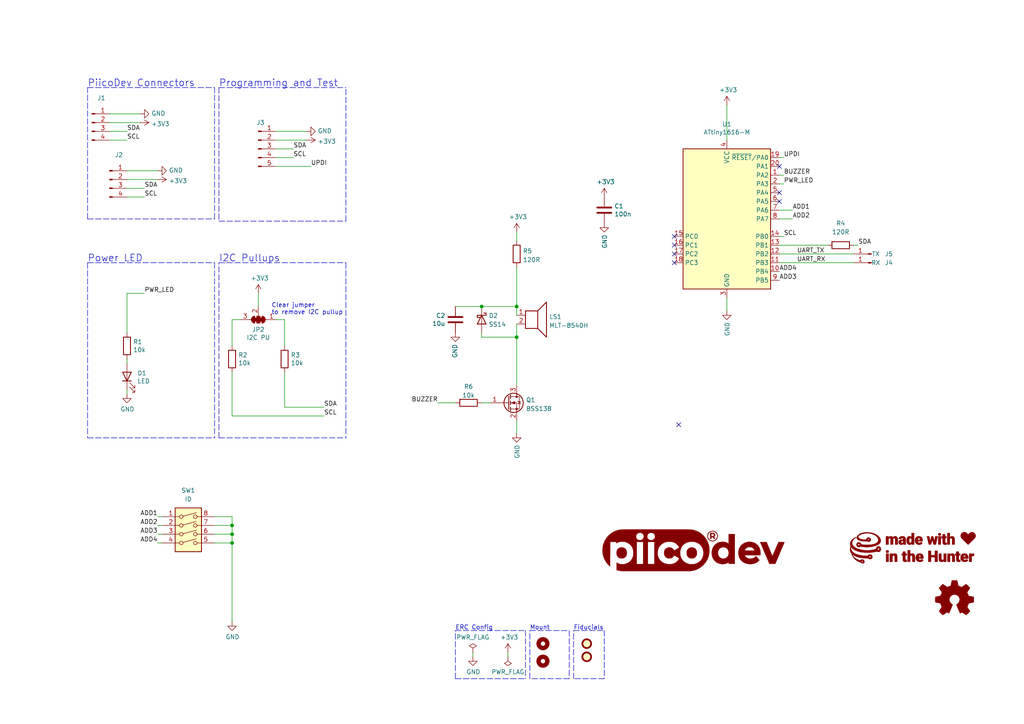
<source format=kicad_sch>
(kicad_sch (version 20211123) (generator eeschema)
  (paper "A4")
  (title_block (title "PiicoDev Project Title") (date "2022-12-01") (rev "00") (company "Core Electronics") (comment 1 "Designed by [FULL NAME] for") (comment 2 "PiicoDev and the PiicoDev logo are trademarks of Core Electronics Pty Ltd.") (comment 3 "License: CCASAv4.0 http://creativecommons.org/licenses/by-sa/4.0"))
  (lib_symbols
    (symbol "Connector:Conn_01x01_Male" (pin_names (offset 1.016) hide)
      (property "Reference" "J" (at 0 2.54 0))
      (property "Value" "Conn_01x01_Male" (at 0 -2.54 0))
      (symbol "Conn_01x01_Male_1_1"
        (pin passive line (at 5.08 0 180) (length 3.81) (name "Pin_1") (number "1"))
      )
    )
    (symbol "Connector:Conn_01x04_Male" (pin_names (offset 1.016) hide)
      (property "Reference" "J" (at 0 5.08 0))
      (property "Value" "Conn_01x04_Male" (at 0 -7.62 0))
      (symbol "Conn_01x04_Male_1_1"
        (pin passive line (at 5.08 2.54 180) (length 3.81) (name "Pin_1") (number "1"))
        (pin passive line (at 5.08 0 180) (length 3.81) (name "Pin_2") (number "2"))
        (pin passive line (at 5.08 -2.54 180) (length 3.81) (name "Pin_3") (number "3"))
        (pin passive line (at 5.08 -5.08 180) (length 3.81) (name "Pin_4") (number "4"))
      )
    )
    (symbol "Connector:Conn_01x05_Male" (pin_names (offset 1.016) hide)
      (property "Reference" "J" (at 0 7.62 0))
      (property "Value" "Conn_01x05_Male" (at 0 -7.62 0))
      (symbol "Conn_01x05_Male_1_1"
        (pin passive line (at 5.08 5.08 180) (length 3.81) (name "Pin_1") (number "1"))
        (pin passive line (at 5.08 2.54 180) (length 3.81) (name "Pin_2") (number "2"))
        (pin passive line (at 5.08 0 180) (length 3.81) (name "Pin_3") (number "3"))
        (pin passive line (at 5.08 -2.54 180) (length 3.81) (name "Pin_4") (number "4"))
        (pin passive line (at 5.08 -5.08 180) (length 3.81) (name "Pin_5") (number "5"))
      )
    )
    (symbol "CoreElectronics_Artwork:LOGO_CoreElectronics_no-text" (pin_names (offset 1.016)))
    (symbol "CoreElectronics_Artwork:LOGO_PiicoDev" (pin_names (offset 1.016)))
    (symbol "CoreElectronics_Artwork:LOGO_made-with-love" (pin_names (offset 1.016)))
    (symbol "Device:C" (pin_numbers hide) (pin_names (offset 0.254))
      (property "Reference" "C" (at 0.635 2.54 0))
      (property "Value" "C" (at 0.635 -2.54 0))
      (symbol "C_1_1"
        (pin passive line (at 0 3.81 270) (length 2.794) (name "~") (number "1"))
        (pin passive line (at 0 -3.81 90) (length 2.794) (name "~") (number "2"))
      )
    )
    (symbol "Device:D_Schottky" (pin_numbers hide) (pin_names (offset 1.016) hide)
      (property "Reference" "D" (at 0 2.54 0))
      (property "Value" "D_Schottky" (at 0 -2.54 0))
      (symbol "D_Schottky_1_1"
        (pin passive line (at -3.81 0 0) (length 2.54) (name "K") (number "1"))
        (pin passive line (at 3.81 0 180) (length 2.54) (name "A") (number "2"))
      )
    )
    (symbol "Device:LED" (pin_numbers hide) (pin_names (offset 1.016) hide)
      (property "Reference" "D" (at 0 2.54 0))
      (property "Value" "LED" (at 0 -2.54 0))
      (symbol "LED_1_1"
        (pin passive line (at -3.81 0 0) (length 2.54) (name "K") (number "1"))
        (pin passive line (at 3.81 0 180) (length 2.54) (name "A") (number "2"))
      )
    )
    (symbol "Device:R" (pin_numbers hide) (pin_names (offset 0))
      (property "Reference" "R" (at 2.032 0 90))
      (property "Value" "R" (at 0 0 90))
      (symbol "R_1_1"
        (pin passive line (at 0 3.81 270) (length 1.27) (name "~") (number "1"))
        (pin passive line (at 0 -3.81 90) (length 1.27) (name "~") (number "2"))
      )
    )
    (symbol "Device:Speaker" (pin_names (offset 0) hide)
      (property "Reference" "LS" (at 1.27 5.715 0))
      (property "Value" "Speaker" (at 1.27 3.81 0))
      (symbol "Speaker_1_1"
        (pin input line (at -5.08 0 0) (length 2.54) (name "1") (number "1"))
        (pin input line (at -5.08 -2.54 0) (length 2.54) (name "2") (number "2"))
      )
    )
    (symbol "Graphic:Logo_Open_Hardware_Small" (pin_names (offset 1.016)))
    (symbol "Jumper:SolderJumper_3_Bridged123" (pin_names (offset 0) hide)
      (property "Reference" "JP" (at -2.54 -2.54 0))
      (property "Value" "SolderJumper_3_Bridged123" (at 0 2.794 0))
      (symbol "SolderJumper_3_Bridged123_1_1"
        (pin passive line (at -5.08 0 0) (length 2.54) (name "A") (number "1"))
        (pin passive line (at 0 -3.81 90) (length 2.54) (name "C") (number "2"))
        (pin passive line (at 5.08 0 180) (length 2.54) (name "B") (number "3"))
      )
    )
    (symbol "MCU_Microchip_ATtiny:ATtiny1616-M"
      (property "Reference" "U" (at -12.7 21.59 0))
      (property "Value" "ATtiny1616-M" (at 2.54 -21.59 0))
      (symbol "ATtiny1616-M_1_1"
        (pin bidirectional line (at 15.24 12.7 180) (length 2.54) (name "PA2") (number "1"))
        (pin bidirectional line (at 15.24 -15.24 180) (length 2.54) (name "PB4") (number "10"))
        (pin bidirectional line (at 15.24 -12.7 180) (length 2.54) (name "PB3") (number "11"))
        (pin bidirectional line (at 15.24 -10.16 180) (length 2.54) (name "PB2") (number "12"))
        (pin bidirectional line (at 15.24 -7.62 180) (length 2.54) (name "PB1") (number "13"))
        (pin bidirectional line (at 15.24 -5.08 180) (length 2.54) (name "PB0") (number "14"))
        (pin bidirectional line (at -15.24 -5.08 0) (length 2.54) (name "PC0") (number "15"))
        (pin bidirectional line (at -15.24 -7.62 0) (length 2.54) (name "PC1") (number "16"))
        (pin bidirectional line (at -15.24 -10.16 0) (length 2.54) (name "PC2") (number "17"))
        (pin bidirectional line (at -15.24 -12.7 0) (length 2.54) (name "PC3") (number "18"))
        (pin bidirectional line (at 15.24 17.78 180) (length 2.54) (name "~{RESET}/PA0") (number "19"))
        (pin bidirectional line (at 15.24 10.16 180) (length 2.54) (name "PA3") (number "2"))
        (pin bidirectional line (at 15.24 15.24 180) (length 2.54) (name "PA1") (number "20"))
        (pin passive line (at 0 -22.86 90) (length 2.54) hide (name "GND") (number "21"))
        (pin power_in line (at 0 -22.86 90) (length 2.54) (name "GND") (number "3"))
        (pin power_in line (at 0 22.86 270) (length 2.54) (name "VCC") (number "4"))
        (pin bidirectional line (at 15.24 7.62 180) (length 2.54) (name "PA4") (number "5"))
        (pin bidirectional line (at 15.24 5.08 180) (length 2.54) (name "PA5") (number "6"))
        (pin bidirectional line (at 15.24 2.54 180) (length 2.54) (name "PA6") (number "7"))
        (pin bidirectional line (at 15.24 0 180) (length 2.54) (name "PA7") (number "8"))
        (pin bidirectional line (at 15.24 -17.78 180) (length 2.54) (name "PB5") (number "9"))
      )
    )
    (symbol "Mechanical:Fiducial"
      (property "Reference" "FID" (at 0 5.08 0))
      (property "Value" "Fiducial" (at 0 3.175 0))
    )
    (symbol "Mechanical:MountingHole" (pin_names (offset 1.016))
      (property "Reference" "H" (at 0 5.08 0))
      (property "Value" "MountingHole" (at 0 3.175 0))
    )
    (symbol "Switch:SW_DIP_x04" (pin_names (offset 0) hide)
      (property "Reference" "SW" (at 0 8.89 0))
      (property "Value" "SW_DIP_x04" (at 0 -6.35 0))
      (symbol "SW_DIP_x04_1_1"
        (pin passive line (at -7.62 5.08 0) (length 5.08) (name "~") (number "1"))
        (pin passive line (at -7.62 2.54 0) (length 5.08) (name "~") (number "2"))
        (pin passive line (at -7.62 0 0) (length 5.08) (name "~") (number "3"))
        (pin passive line (at -7.62 -2.54 0) (length 5.08) (name "~") (number "4"))
        (pin passive line (at 7.62 -2.54 180) (length 5.08) (name "~") (number "5"))
        (pin passive line (at 7.62 0 180) (length 5.08) (name "~") (number "6"))
        (pin passive line (at 7.62 2.54 180) (length 5.08) (name "~") (number "7"))
        (pin passive line (at 7.62 5.08 180) (length 5.08) (name "~") (number "8"))
      )
    )
    (symbol "Transistor_FET:BSS138" (pin_names hide)
      (property "Reference" "Q" (at 5.08 1.905 0))
      (property "Value" "BSS138" (at 5.08 0 0))
      (symbol "BSS138_1_1"
        (pin input line (at -5.08 0 0) (length 2.54) (name "G") (number "1"))
        (pin passive line (at 2.54 -5.08 90) (length 2.54) (name "S") (number "2"))
        (pin passive line (at 2.54 5.08 270) (length 2.54) (name "D") (number "3"))
      )
    )
    (symbol "power:+3V3" (power) (pin_names (offset 0))
      (property "Value" "+3V3" (at 0 3.556 0))
      (symbol "+3V3_1_1"
        (pin power_in line (at 0 0 90) (length 0) hide (name "+3V3") (number "1"))
      )
    )
    (symbol "power:GND" (power) (pin_names (offset 0))
      (property "Value" "GND" (at 0 -3.81 0))
      (symbol "GND_1_1"
        (pin power_in line (at 0 0 270) (length 0) hide (name "GND") (number "1"))
      )
    )
    (symbol "power:PWR_FLAG" (power) (pin_numbers hide) (pin_names (offset 0) hide)
      (property "Value" "PWR_FLAG" (at 0 3.81 0))
      (symbol "PWR_FLAG_0_0"
        (pin power_out line (at 0 0 90) (length 0) (name "pwr") (number "1"))
      )
    )
  )
  (junction (at 67.31 157.48))
  (junction (at 67.31 152.4))
  (junction (at 67.31 154.94))
  (junction (at 149.86 88.9))
  (junction (at 139.7 88.9))
  (junction (at 149.86 97.79))
  (no_connect (at 195.58 73.66))
  (no_connect (at 195.58 76.2))
  (no_connect (at 195.58 71.12))
  (no_connect (at 226.06 55.88))
  (no_connect (at 195.58 68.58))
  (no_connect (at 226.06 58.42))
  (no_connect (at 226.06 48.26))
  (no_connect (at 196.85 123.19))
  (wire (pts (xy 31.75 35.56) (xy 40.64 35.56)))
  (wire (pts (xy 149.86 93.98) (xy 149.86 97.79)))
  (wire (pts (xy 226.06 68.58) (xy 227.33 68.58)))
  (wire (pts (xy 82.55 92.71) (xy 80.01 92.71)))
  (wire (pts (xy 137.16 189.23) (xy 137.16 190.5)))
  (wire (pts (xy 226.06 73.66) (xy 247.65 73.66)))
  (polyline (pts (xy 25.4 76.2) (xy 25.4 127)))
  (wire (pts (xy 149.86 77.47) (xy 149.86 88.9)))
  (wire (pts (xy 82.55 118.11) (xy 93.98 118.11)))
  (wire (pts (xy 80.01 48.26) (xy 90.17 48.26)))
  (wire (pts (xy 226.06 53.34) (xy 227.33 53.34)))
  (wire (pts (xy 147.32 189.23) (xy 147.32 190.5)))
  (wire (pts (xy 45.72 149.86) (xy 46.99 149.86)))
  (polyline (pts (xy 63.5 25.4) (xy 63.5 64.135)))
  (wire (pts (xy 45.72 49.53) (xy 36.83 49.53)))
  (wire (pts (xy 226.06 60.96) (xy 229.87 60.96)))
  (wire (pts (xy 36.83 85.09) (xy 36.83 96.52)))
  (polyline (pts (xy 153.67 196.85) (xy 153.67 182.88)))
  (wire (pts (xy 67.31 149.86) (xy 62.23 149.86)))
  (wire (pts (xy 85.09 43.18) (xy 80.01 43.18)))
  (polyline (pts (xy 175.26 196.85) (xy 166.37 196.85)))
  (polyline (pts (xy 63.5 25.4) (xy 100.33 25.4)))
  (wire (pts (xy 67.31 107.95) (xy 67.31 120.65)))
  (polyline (pts (xy 132.08 196.85) (xy 132.08 182.88)))
  (polyline (pts (xy 132.08 196.85) (xy 152.4 196.85)))
  (polyline (pts (xy 25.4 76.2) (xy 62.23 76.2)))
  (wire (pts (xy 74.93 85.09) (xy 74.93 88.9)))
  (wire (pts (xy 139.7 88.9) (xy 149.86 88.9)))
  (polyline (pts (xy 25.4 25.4) (xy 62.23 25.4)))
  (polyline (pts (xy 153.67 182.88) (xy 165.1 182.88)))
  (wire (pts (xy 139.7 97.79) (xy 149.86 97.79)))
  (wire (pts (xy 132.08 88.9) (xy 139.7 88.9)))
  (polyline (pts (xy 63.5 64.135) (xy 100.33 64.135)))
  (polyline (pts (xy 132.08 182.88) (xy 152.4 182.88)))
  (polyline (pts (xy 63.5 127) (xy 100.33 127)))
  (polyline (pts (xy 175.26 182.88) (xy 175.26 196.85)))
  (wire (pts (xy 139.7 116.84) (xy 142.24 116.84)))
  (wire (pts (xy 62.23 157.48) (xy 67.31 157.48)))
  (wire (pts (xy 45.72 157.48) (xy 46.99 157.48)))
  (wire (pts (xy 210.82 90.17) (xy 210.82 86.36)))
  (wire (pts (xy 45.72 152.4) (xy 46.99 152.4)))
  (wire (pts (xy 127 116.84) (xy 132.08 116.84)))
  (wire (pts (xy 67.31 152.4) (xy 67.31 149.86)))
  (wire (pts (xy 67.31 120.65) (xy 93.98 120.65)))
  (wire (pts (xy 247.65 71.12) (xy 248.92 71.12)))
  (wire (pts (xy 226.06 63.5) (xy 229.87 63.5)))
  (wire (pts (xy 41.91 57.15) (xy 36.83 57.15)))
  (wire (pts (xy 36.83 105.41) (xy 36.83 104.14)))
  (wire (pts (xy 226.06 76.2) (xy 247.65 76.2)))
  (polyline (pts (xy 166.37 182.88) (xy 175.26 182.88)))
  (wire (pts (xy 36.83 40.64) (xy 31.75 40.64)))
  (polyline (pts (xy 100.33 76.2) (xy 100.33 127)))
  (wire (pts (xy 88.9 38.1) (xy 80.01 38.1)))
  (wire (pts (xy 226.06 50.8) (xy 227.33 50.8)))
  (wire (pts (xy 67.31 100.33) (xy 67.31 92.71)))
  (wire (pts (xy 36.83 52.07) (xy 45.72 52.07)))
  (wire (pts (xy 45.72 154.94) (xy 46.99 154.94)))
  (polyline (pts (xy 25.4 63.5) (xy 25.4 25.4)))
  (wire (pts (xy 67.31 157.48) (xy 67.31 154.94)))
  (polyline (pts (xy 63.5 127) (xy 63.5 76.2)))
  (wire (pts (xy 149.86 67.31) (xy 149.86 69.85)))
  (wire (pts (xy 41.91 54.61) (xy 36.83 54.61)))
  (wire (pts (xy 139.7 96.52) (xy 139.7 97.79)))
  (wire (pts (xy 67.31 157.48) (xy 67.31 180.34)))
  (wire (pts (xy 41.91 85.09) (xy 36.83 85.09)))
  (polyline (pts (xy 165.1 182.88) (xy 165.1 196.85)))
  (wire (pts (xy 210.82 40.64) (xy 210.82 30.48)))
  (wire (pts (xy 36.83 38.1) (xy 31.75 38.1)))
  (wire (pts (xy 226.06 45.72) (xy 227.33 45.72)))
  (wire (pts (xy 67.31 92.71) (xy 69.85 92.71)))
  (wire (pts (xy 85.09 45.72) (xy 80.01 45.72)))
  (wire (pts (xy 36.83 114.3) (xy 36.83 113.03)))
  (wire (pts (xy 240.03 71.12) (xy 226.06 71.12)))
  (polyline (pts (xy 62.23 63.5) (xy 62.23 25.4)))
  (wire (pts (xy 40.64 33.02) (xy 31.75 33.02)))
  (polyline (pts (xy 165.1 196.85) (xy 153.67 196.85)))
  (wire (pts (xy 149.86 88.9) (xy 149.86 91.44)))
  (wire (pts (xy 82.55 100.33) (xy 82.55 92.71)))
  (polyline (pts (xy 152.4 182.88) (xy 152.4 196.85)))
  (polyline (pts (xy 100.33 64.135) (xy 100.33 25.4)))
  (wire (pts (xy 80.01 40.64) (xy 88.9 40.64)))
  (polyline (pts (xy 63.5 76.2) (xy 100.33 76.2)))
  (wire (pts (xy 67.31 154.94) (xy 67.31 152.4)))
  (wire (pts (xy 62.23 152.4) (xy 67.31 152.4)))
  (wire (pts (xy 149.86 97.79) (xy 149.86 111.76)))
  (polyline (pts (xy 25.4 127) (xy 62.23 127)))
  (wire (pts (xy 62.23 154.94) (xy 67.31 154.94)))
  (polyline (pts (xy 166.37 196.85) (xy 166.37 182.88)))
  (polyline (pts (xy 62.23 76.2) (xy 62.23 127)))
  (wire (pts (xy 82.55 107.95) (xy 82.55 118.11)))
  (polyline (pts (xy 25.4 63.5) (xy 62.23 63.5)))
  (wire (pts (xy 149.86 121.92) (xy 149.86 125.73)))
  (text "Programming and Test" (at 63.5 25.4 0) (effects (font (size 2.0066 2.0066)) (justify left bottom)))
  (text "PiicoDev Connectors" (at 25.4 25.4 0) (effects (font (size 2.0066 2.0066)) (justify left bottom)))
  (text "I2C Pullups" (at 63.5 76.2 0) (effects (font (size 2.0066 2.0066)) (justify left bottom)))
  (text "Power LED" (at 25.4 76.2 0) (effects (font (size 2.0066 2.0066)) (justify left bottom)))
  (text "Mount" (at 153.67 182.88 0) (effects (font (size 1.27 1.27)) (justify left bottom)))
  (text "Clear jumper \nto remove I2C pullup" (at 78.74 91.44 0) (effects (font (size 1.27 1.27)) (justify left bottom)))
  (text "ERC Config" (at 132.08 182.88 0) (effects (font (size 1.27 1.27)) (justify left bottom)))
  (text "Fiducials" (at 166.37 182.88 0) (effects (font (size 1.27 1.27)) (justify left bottom)))
  (label "ADD3" (at 226.06 81.28 0))
  (label "PWR_LED" (at 41.91 85.09 0))
  (label "SDA" (at 36.83 38.1 0))
  (label "UPDI" (at 227.33 45.72 0))
  (label "UPDI" (at 90.17 48.26 0))
  (label "BUZZER" (at 227.33 50.8 0))
  (label "ADD1" (at 229.87 60.96 0))
  (label "SCL" (at 41.91 57.15 0))
  (label "SDA" (at 248.92 71.12 0))
  (label "PWR_LED" (at 227.33 53.34 0))
  (label "SDA" (at 93.98 118.11 0))
  (label "ADD3" (at 45.72 154.94 180))
  (label "ADD2" (at 229.87 63.5 0))
  (label "SCL" (at 36.83 40.64 0))
  (label "ADD4" (at 45.72 157.48 180))
  (label "ADD2" (at 45.72 152.4 180))
  (label "ADD1" (at 45.72 149.86 180))
  (label "SDA" (at 41.91 54.61 0))
  (label "ADD4" (at 226.06 78.74 0))
  (label "SCL" (at 227.33 68.58 0))
  (label "SDA" (at 85.09 43.18 0))
  (label "UART_TX" (at 231.14 73.66 0))
  (label "BUZZER" (at 127 116.84 180))
  (label "SCL" (at 93.98 120.65 0))
  (label "SCL" (at 85.09 45.72 0))
  (label "UART_RX" (at 231.14 76.2 0))
  (symbol (lib_id "CoreElectronics_Artwork:LOGO_PiicoDev") (at 203.2 160.02 0) (unit 1) (on_board no)
    (property "Reference" "G1" (effects hide))
    (property "Value" "LOGO_PiicoDev" (effects hide))
    (property "Footprint" "CoreElectronics_Artwork:piicodev_logo_14.2x3.4mm" (effects hide))
  )
  (symbol (lib_id "CoreElectronics_Artwork:LOGO_made-with-love") (at 269.24 158.75 0) (unit 1)
    (property "Reference" "G3" (effects hide))
    (property "Value" "LOGO_made-with-love" (effects hide))
    (property "Footprint" "CoreElectronics_Artwork:piicodev_logo_14.2x3.4mm" (effects hide))
  )
  (symbol (lib_id "CoreElectronics_Artwork:LOGO_CoreElectronics_no-text") (at 251.46 158.75 0) (unit 1)
    (property "Reference" "G2" (effects hide))
    (property "Value" "LOGO_CoreElectronics_no-text" (effects hide))
    (property "Footprint" "CoreElectronics_Artwork:CoreElectronics_logo_5mm_v2" (effects hide))
  )
  (symbol (lib_id "Graphic:Logo_Open_Hardware_Small") (at 276.86 173.99 0) (unit 1)
    (property "Reference" "LOGO1" (effects hide))
    (property "Value" "Logo_Open_Hardware_Small" (effects hide))
    (property "Footprint" "CoreElectronics_Artwork:oshw" (effects hide))
  )
  (symbol (lib_id "power:PWR_FLAG") (at 137.16 189.23 0) (unit 1)
    (property "Reference" "#FLG0102" (effects hide))
    (property "Value" "PWR_FLAG" (at 137.16 184.8358 0))
  )
  (symbol (lib_id "power:PWR_FLAG") (at 147.32 190.5 180) (unit 1)
    (property "Reference" "#FLG0101" (effects hide))
    (property "Value" "PWR_FLAG" (at 147.32 194.8942 0))
  )
  (symbol (lib_id "power:GND") (at 137.16 190.5 0) (unit 1)
    (property "Reference" "#PWR0102" (effects hide))
    (property "Value" "GND" (at 137.287 194.8942 0))
  )
  (symbol (lib_id "power:+3V3") (at 147.32 189.23 0) (unit 1)
    (property "Reference" "#PWR0103" (effects hide))
    (property "Value" "+3V3" (at 147.701 184.8358 0))
  )
  (symbol (lib_id "Mechanical:MountingHole") (at 157.48 191.77 0) (unit 1)
    (property "Reference" "H2" (effects hide))
    (property "Value" "MountingHole" (effects hide))
    (property "Footprint" "CoreElectronics_Components:MountingHole_2.7mm_M2.5_PadClearance_1.2" (effects hide))
  )
  (symbol (lib_id "Mechanical:MountingHole") (at 157.48 186.69 0) (unit 1)
    (property "Reference" "H1" (effects hide))
    (property "Value" "MountingHole" (effects hide))
    (property "Footprint" "CoreElectronics_Components:MountingHole_2.7mm_M2.5_PadClearance_1.2" (effects hide))
  )
  (symbol (lib_id "Mechanical:Fiducial") (at 170.18 190.5 0) (unit 1)
    (property "Reference" "FID2" (effects hide))
    (property "Value" "Fiducial" (effects hide))
    (property "Footprint" "CoreElectronics_Components:Fiducial_1mm_Mask2mm_No_Courtyard" (effects hide))
  )
  (symbol (lib_id "Mechanical:Fiducial") (at 170.18 186.69 0) (unit 1)
    (property "Reference" "FID1" (effects hide))
    (property "Value" "Fiducial" (effects hide))
    (property "Footprint" "CoreElectronics_Components:Fiducial_1mm_Mask2mm_No_Courtyard" (effects hide))
  )
  (symbol (lib_id "Connector:Conn_01x04_Male") (at 26.67 35.56 0) (unit 1)
    (property "Reference" "J1" (at 29.4132 28.4226 0))
    (property "Value" " " (at 29.4132 30.734 0))
    (property "Footprint" "CoreElectronics_Components:JST_SH_SM04B-SRSS-TB_1x04-1MP_P1.00mm_Horizontal" (effects hide))
  )
  (symbol (lib_id "power:+3V3") (at 40.64 35.56 270) (unit 1)
    (property "Reference" "#PWR0108" (effects hide))
    (property "Value" "+3V3" (at 43.8912 35.941 90) (effects (justify left)))
  )
  (symbol (lib_id "power:GND") (at 40.64 33.02 90) (unit 1)
    (property "Reference" "#PWR0106" (effects hide))
    (property "Value" "GND" (at 43.8912 32.893 90) (effects (justify right)))
  )
  (symbol (lib_id "power:+3V3") (at 45.72 52.07 270) (unit 1)
    (property "Reference" "#PWR0107" (effects hide))
    (property "Value" "+3V3" (at 48.9712 52.451 90) (effects (justify left)))
  )
  (symbol (lib_id "power:GND") (at 45.72 49.53 90) (unit 1)
    (property "Reference" "#PWR0109" (effects hide))
    (property "Value" "GND" (at 48.9712 49.403 90) (effects (justify right)))
  )
  (symbol (lib_id "Device:R") (at 82.55 104.14 0) (unit 1)
    (property "Reference" "R3" (at 84.328 102.9716 0) (effects (justify left)))
    (property "Value" "10k" (at 84.328 105.283 0) (effects (justify left)))
    (property "Footprint" "Resistor_SMD:R_0402_1005Metric" (effects hide))
  )
  (symbol (lib_id "Jumper:SolderJumper_3_Bridged123") (at 74.93 92.71 180) (unit 1)
    (property "Reference" "JP2" (at 74.93 95.5802 0))
    (property "Value" "I2C PU" (at 74.93 97.8916 0))
    (property "Footprint" "CoreElectronics_Components:SolderJumper-3_P1.3mm_Closed_RoundedPad1.0x1.5mm_NumberLabels" (effects hide))
  )
  (symbol (lib_id "Device:R") (at 67.31 104.14 0) (unit 1)
    (property "Reference" "R2" (at 69.088 102.9716 0) (effects (justify left)))
    (property "Value" "10k" (at 69.088 105.283 0) (effects (justify left)))
    (property "Footprint" "Resistor_SMD:R_0402_1005Metric" (effects hide))
  )
  (symbol (lib_id "power:+3V3") (at 74.93 85.09 0) (unit 1)
    (property "Reference" "#PWR0104" (effects hide))
    (property "Value" "+3V3" (at 75.311 80.6958 0))
  )
  (symbol (lib_id "Device:LED") (at 36.83 109.22 90) (unit 1)
    (property "Reference" "D1" (at 39.8272 108.2294 90) (effects (justify right)))
    (property "Value" "LED" (at 39.8272 110.5408 90) (effects (justify right)))
    (property "Footprint" "LED_SMD:LED_0603_1608Metric" (effects hide))
  )
  (symbol (lib_id "power:GND") (at 36.83 114.3 0) (unit 1)
    (property "Reference" "#PWR0105" (effects hide))
    (property "Value" "GND" (at 36.957 118.6942 0))
  )
  (symbol (lib_id "Device:R") (at 36.83 100.33 0) (unit 1)
    (property "Reference" "R1" (at 38.608 99.1616 0) (effects (justify left)))
    (property "Value" "10k" (at 38.608 101.473 0) (effects (justify left)))
    (property "Footprint" "Resistor_SMD:R_0402_1005Metric" (effects hide))
  )
  (symbol (lib_id "MCU_Microchip_ATtiny:ATtiny1616-M") (at 210.82 63.5 0) (unit 1)
    (property "Reference" "U1" (at 210.82 36.0426 0))
    (property "Value" "ATtiny1616-M" (at 210.82 38.354 0))
    (property "Footprint" "Package_DFN_QFN:VQFN-20-1EP_3x3mm_P0.4mm_EP1.7x1.7mm" (effects hide))
    (property "Datasheet" "http://ww1.microchip.com/downloads/en/DeviceDoc/ATtiny3216_ATtiny1616-data-sheet-40001997B.pdf" (effects hide))
  )
  (symbol (lib_id "power:+3V3") (at 210.82 30.48 0) (unit 1)
    (property "Reference" "#PWR0110" (effects hide))
    (property "Value" "+3V3" (at 211.201 26.0858 0))
  )
  (symbol (lib_id "power:GND") (at 210.82 90.17 0) (unit 1)
    (property "Reference" "#PWR0111" (effects hide))
    (property "Value" "GND" (at 210.947 93.4212 90) (effects (justify right)))
  )
  (symbol (lib_id "power:GND") (at 175.26 64.77 0) (unit 1)
    (property "Reference" "#PWR0112" (effects hide))
    (property "Value" "GND" (at 175.387 68.0212 90) (effects (justify right)))
  )
  (symbol (lib_id "power:+3V3") (at 175.26 57.15 0) (unit 1)
    (property "Reference" "#PWR0113" (effects hide))
    (property "Value" "+3V3" (at 175.641 52.7558 0))
  )
  (symbol (lib_id "Device:C") (at 175.26 60.96 0) (unit 1)
    (property "Reference" "C1" (at 178.181 59.7916 0) (effects (justify left)))
    (property "Value" "100n" (at 178.181 62.103 0) (effects (justify left)))
    (property "Footprint" "Capacitor_SMD:C_0402_1005Metric" (effects hide))
  )
  (symbol (lib_id "power:GND") (at 67.31 180.34 0) (unit 1)
    (property "Reference" "#PWR0101" (effects hide))
    (property "Value" "GND" (at 67.437 184.7342 0))
  )
  (symbol (lib_id "power:+3V3") (at 88.9 40.64 270) (unit 1)
    (property "Reference" "#PWR0116" (effects hide))
    (property "Value" "+3V3" (at 92.1512 41.021 90) (effects (justify left)))
  )
  (symbol (lib_id "power:GND") (at 88.9 38.1 90) (unit 1)
    (property "Reference" "#PWR0115" (effects hide))
    (property "Value" "GND" (at 92.1512 37.973 90) (effects (justify right)))
  )
  (symbol (lib_id "Transistor_FET:BSS138") (at 147.32 116.84 0) (unit 1)
    (property "Reference" "Q1" (at 152.527 116.0053 0) (effects (justify left)))
    (property "Value" "BSS138" (at 152.527 118.5422 0) (effects (justify left)))
    (property "Footprint" "Package_TO_SOT_SMD:SOT-23" (effects hide))
    (property "Datasheet" "https://www.onsemi.com/pub/Collateral/BSS138-D.PDF" (effects hide))
  )
  (symbol (lib_id "Connector:Conn_01x01_Male") (at 252.73 73.66 0) (mirror y) (unit 1)
    (property "Reference" "J5" (at 257.81 73.66 0))
    (property "Value" "TX" (at 254 73.66 0))
    (property "Footprint" "TestPoint:TestPoint_Pad_D1.5mm" (effects hide))
  )
  (symbol (lib_id "power:+3V3") (at 149.86 67.31 0) (unit 1)
    (property "Reference" "#PWR0118" (effects hide))
    (property "Value" "+3V3" (at 150.241 62.9158 0))
  )
  (symbol (lib_id "Switch:SW_DIP_x04") (at 54.61 154.94 0) (unit 1)
    (property "Reference" "SW1" (at 54.61 142.24 0))
    (property "Value" "ID" (at 54.61 144.78 0))
    (property "Footprint" "CoreElectronics_Components:SW_DIP_x04_Slide_CHS-04A1" (effects hide))
  )
  (symbol (lib_id "Device:C") (at 132.08 92.71 0) (mirror y) (unit 1)
    (property "Reference" "C2" (at 129.159 91.5416 0) (effects (justify left)))
    (property "Value" "10u" (at 129.159 93.853 0) (effects (justify left)))
    (property "Footprint" "Capacitor_SMD:C_0603_1608Metric" (effects hide))
  )
  (symbol (lib_id "Connector:Conn_01x04_Male") (at 31.75 52.07 0) (unit 1)
    (property "Reference" "J2" (at 34.4932 44.9326 0))
    (property "Value" " " (at 34.4932 47.244 0))
    (property "Footprint" "CoreElectronics_Components:JST_SH_SM04B-SRSS-TB_1x04-1MP_P1.00mm_Horizontal" (effects hide))
  )
  (symbol (lib_id "Device:R") (at 149.86 73.66 180) (unit 1)
    (property "Reference" "R5" (at 151.638 72.8253 0) (effects (justify right)))
    (property "Value" "120R" (at 151.638 75.3622 0) (effects (justify right)))
    (property "Footprint" "Resistor_SMD:R_0402_1005Metric" (effects hide))
  )
  (symbol (lib_id "Connector:Conn_01x05_Male") (at 74.93 43.18 0) (unit 1)
    (property "Reference" "J3" (at 75.565 35.56 0))
    (property "Value" "Conn_01x05_Male" (effects hide))
    (property "Footprint" "CoreElectronics_Components:TestPoint_Pad_D1.0mm_x05_Pattern1" (effects hide))
  )
  (symbol (lib_id "Device:Speaker") (at 154.94 91.44 0) (unit 1)
    (property "Reference" "LS1" (at 159.258 91.8753 0) (effects (justify left)))
    (property "Value" "MLT-8540H" (at 159.258 94.4122 0) (effects (justify left)))
    (property "Footprint" "Buzzer:CUI_CMT-8540S-SMT" (effects hide))
  )
  (symbol (lib_id "Device:R") (at 135.89 116.84 90) (unit 1)
    (property "Reference" "R6" (at 135.89 112.1242 90))
    (property "Value" "10k" (at 135.89 114.6611 90))
    (property "Footprint" "Resistor_SMD:R_0402_1005Metric" (effects hide))
  )
  (symbol (lib_id "Device:R") (at 243.84 71.12 90) (unit 1)
    (property "Reference" "R4" (at 243.84 64.77 90))
    (property "Value" "120R" (at 243.84 67.31 90))
    (property "Footprint" "Resistor_SMD:R_0402_1005Metric" (effects hide))
  )
  (symbol (lib_id "Connector:Conn_01x01_Male") (at 252.73 76.2 0) (mirror y) (unit 1)
    (property "Reference" "J4" (at 257.81 76.2 0))
    (property "Value" "RX" (at 254 76.2 0))
    (property "Footprint" "TestPoint:TestPoint_Pad_D1.5mm" (effects hide))
  )
  (symbol (lib_id "power:GND") (at 132.08 96.52 0) (mirror y) (unit 1)
    (property "Reference" "#PWR0117" (effects hide))
    (property "Value" "GND" (at 131.953 99.7712 90) (effects (justify right)))
  )
  (symbol (lib_id "power:GND") (at 149.86 125.73 0) (unit 1)
    (property "Reference" "#PWR0114" (effects hide))
    (property "Value" "GND" (at 149.987 128.9812 90) (effects (justify right)))
  )
  (symbol (lib_id "Device:D_Schottky") (at 139.7 92.71 270) (unit 1)
    (property "Reference" "D2" (at 141.732 91.5578 90) (effects (justify left)))
    (property "Value" "SS14" (at 141.732 94.0947 90) (effects (justify left)))
    (property "Footprint" "Diode_SMD:D_SMA" (effects hide))
  )
)
</source>
